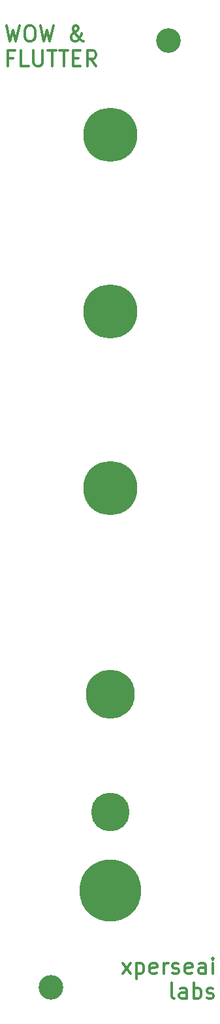
<source format=gbr>
%TF.GenerationSoftware,KiCad,Pcbnew,(6.0.5)*%
%TF.CreationDate,2023-02-15T12:53:04-05:00*%
%TF.ProjectId,wow_and_flutter,776f775f-616e-4645-9f66-6c7574746572,rev?*%
%TF.SameCoordinates,Original*%
%TF.FileFunction,Soldermask,Top*%
%TF.FilePolarity,Negative*%
%FSLAX46Y46*%
G04 Gerber Fmt 4.6, Leading zero omitted, Abs format (unit mm)*
G04 Created by KiCad (PCBNEW (6.0.5)) date 2023-02-15 12:53:04*
%MOMM*%
%LPD*%
G01*
G04 APERTURE LIST*
%ADD10C,0.300000*%
%ADD11C,7.000000*%
%ADD12C,8.000000*%
%ADD13C,3.200000*%
%ADD14C,5.000000*%
%ADD15C,6.350000*%
G04 APERTURE END LIST*
D10*
X77950714Y-26504761D02*
X78426904Y-28504761D01*
X78807857Y-27076190D01*
X79188809Y-28504761D01*
X79665000Y-26504761D01*
X80807857Y-26504761D02*
X81188809Y-26504761D01*
X81379285Y-26600000D01*
X81569761Y-26790476D01*
X81665000Y-27171428D01*
X81665000Y-27838095D01*
X81569761Y-28219047D01*
X81379285Y-28409523D01*
X81188809Y-28504761D01*
X80807857Y-28504761D01*
X80617380Y-28409523D01*
X80426904Y-28219047D01*
X80331666Y-27838095D01*
X80331666Y-27171428D01*
X80426904Y-26790476D01*
X80617380Y-26600000D01*
X80807857Y-26504761D01*
X82331666Y-26504761D02*
X82807857Y-28504761D01*
X83188809Y-27076190D01*
X83569761Y-28504761D01*
X84045952Y-26504761D01*
X87950714Y-28504761D02*
X87855476Y-28504761D01*
X87665000Y-28409523D01*
X87379285Y-28123809D01*
X86903095Y-27552380D01*
X86712619Y-27266666D01*
X86617380Y-26980952D01*
X86617380Y-26790476D01*
X86712619Y-26600000D01*
X86903095Y-26504761D01*
X86998333Y-26504761D01*
X87188809Y-26600000D01*
X87284047Y-26790476D01*
X87284047Y-26885714D01*
X87188809Y-27076190D01*
X87093571Y-27171428D01*
X86522142Y-27552380D01*
X86426904Y-27647619D01*
X86331666Y-27838095D01*
X86331666Y-28123809D01*
X86426904Y-28314285D01*
X86522142Y-28409523D01*
X86712619Y-28504761D01*
X86998333Y-28504761D01*
X87188809Y-28409523D01*
X87284047Y-28314285D01*
X87569761Y-27933333D01*
X87665000Y-27647619D01*
X87665000Y-27457142D01*
X78807857Y-30677142D02*
X78141190Y-30677142D01*
X78141190Y-31724761D02*
X78141190Y-29724761D01*
X79093571Y-29724761D01*
X80807857Y-31724761D02*
X79855476Y-31724761D01*
X79855476Y-29724761D01*
X81474523Y-29724761D02*
X81474523Y-31343809D01*
X81569761Y-31534285D01*
X81665000Y-31629523D01*
X81855476Y-31724761D01*
X82236428Y-31724761D01*
X82426904Y-31629523D01*
X82522142Y-31534285D01*
X82617380Y-31343809D01*
X82617380Y-29724761D01*
X83284047Y-29724761D02*
X84426904Y-29724761D01*
X83855476Y-31724761D02*
X83855476Y-29724761D01*
X84807857Y-29724761D02*
X85950714Y-29724761D01*
X85379285Y-31724761D02*
X85379285Y-29724761D01*
X86617380Y-30677142D02*
X87284047Y-30677142D01*
X87569761Y-31724761D02*
X86617380Y-31724761D01*
X86617380Y-29724761D01*
X87569761Y-29724761D01*
X89569761Y-31724761D02*
X88903095Y-30772380D01*
X88426904Y-31724761D02*
X88426904Y-29724761D01*
X89188809Y-29724761D01*
X89379285Y-29820000D01*
X89474523Y-29915238D01*
X89569761Y-30105714D01*
X89569761Y-30391428D01*
X89474523Y-30581904D01*
X89379285Y-30677142D01*
X89188809Y-30772380D01*
X88426904Y-30772380D01*
X93024523Y-149154761D02*
X94072142Y-147821428D01*
X93024523Y-147821428D02*
X94072142Y-149154761D01*
X94834047Y-147821428D02*
X94834047Y-149821428D01*
X94834047Y-147916666D02*
X95024523Y-147821428D01*
X95405476Y-147821428D01*
X95595952Y-147916666D01*
X95691190Y-148011904D01*
X95786428Y-148202380D01*
X95786428Y-148773809D01*
X95691190Y-148964285D01*
X95595952Y-149059523D01*
X95405476Y-149154761D01*
X95024523Y-149154761D01*
X94834047Y-149059523D01*
X97405476Y-149059523D02*
X97215000Y-149154761D01*
X96834047Y-149154761D01*
X96643571Y-149059523D01*
X96548333Y-148869047D01*
X96548333Y-148107142D01*
X96643571Y-147916666D01*
X96834047Y-147821428D01*
X97215000Y-147821428D01*
X97405476Y-147916666D01*
X97500714Y-148107142D01*
X97500714Y-148297619D01*
X96548333Y-148488095D01*
X98357857Y-149154761D02*
X98357857Y-147821428D01*
X98357857Y-148202380D02*
X98453095Y-148011904D01*
X98548333Y-147916666D01*
X98738809Y-147821428D01*
X98929285Y-147821428D01*
X99500714Y-149059523D02*
X99691190Y-149154761D01*
X100072142Y-149154761D01*
X100262619Y-149059523D01*
X100357857Y-148869047D01*
X100357857Y-148773809D01*
X100262619Y-148583333D01*
X100072142Y-148488095D01*
X99786428Y-148488095D01*
X99595952Y-148392857D01*
X99500714Y-148202380D01*
X99500714Y-148107142D01*
X99595952Y-147916666D01*
X99786428Y-147821428D01*
X100072142Y-147821428D01*
X100262619Y-147916666D01*
X101976904Y-149059523D02*
X101786428Y-149154761D01*
X101405476Y-149154761D01*
X101215000Y-149059523D01*
X101119761Y-148869047D01*
X101119761Y-148107142D01*
X101215000Y-147916666D01*
X101405476Y-147821428D01*
X101786428Y-147821428D01*
X101976904Y-147916666D01*
X102072142Y-148107142D01*
X102072142Y-148297619D01*
X101119761Y-148488095D01*
X103786428Y-149154761D02*
X103786428Y-148107142D01*
X103691190Y-147916666D01*
X103500714Y-147821428D01*
X103119761Y-147821428D01*
X102929285Y-147916666D01*
X103786428Y-149059523D02*
X103595952Y-149154761D01*
X103119761Y-149154761D01*
X102929285Y-149059523D01*
X102834047Y-148869047D01*
X102834047Y-148678571D01*
X102929285Y-148488095D01*
X103119761Y-148392857D01*
X103595952Y-148392857D01*
X103786428Y-148297619D01*
X104738809Y-149154761D02*
X104738809Y-147821428D01*
X104738809Y-147154761D02*
X104643571Y-147250000D01*
X104738809Y-147345238D01*
X104834047Y-147250000D01*
X104738809Y-147154761D01*
X104738809Y-147345238D01*
X99691190Y-152374761D02*
X99500714Y-152279523D01*
X99405476Y-152089047D01*
X99405476Y-150374761D01*
X101310238Y-152374761D02*
X101310238Y-151327142D01*
X101215000Y-151136666D01*
X101024523Y-151041428D01*
X100643571Y-151041428D01*
X100453095Y-151136666D01*
X101310238Y-152279523D02*
X101119761Y-152374761D01*
X100643571Y-152374761D01*
X100453095Y-152279523D01*
X100357857Y-152089047D01*
X100357857Y-151898571D01*
X100453095Y-151708095D01*
X100643571Y-151612857D01*
X101119761Y-151612857D01*
X101310238Y-151517619D01*
X102262619Y-152374761D02*
X102262619Y-150374761D01*
X102262619Y-151136666D02*
X102453095Y-151041428D01*
X102834047Y-151041428D01*
X103024523Y-151136666D01*
X103119761Y-151231904D01*
X103215000Y-151422380D01*
X103215000Y-151993809D01*
X103119761Y-152184285D01*
X103024523Y-152279523D01*
X102834047Y-152374761D01*
X102453095Y-152374761D01*
X102262619Y-152279523D01*
X103976904Y-152279523D02*
X104167380Y-152374761D01*
X104548333Y-152374761D01*
X104738809Y-152279523D01*
X104834047Y-152089047D01*
X104834047Y-151993809D01*
X104738809Y-151803333D01*
X104548333Y-151708095D01*
X104262619Y-151708095D01*
X104072142Y-151612857D01*
X103976904Y-151422380D01*
X103976904Y-151327142D01*
X104072142Y-151136666D01*
X104262619Y-151041428D01*
X104548333Y-151041428D01*
X104738809Y-151136666D01*
D11*
%TO.C,H3*%
X91440000Y-63500000D03*
%TD*%
D12*
%TO.C,H7*%
X91440000Y-138430000D03*
%TD*%
D13*
%TO.C,H8*%
X83700000Y-150900000D03*
%TD*%
D11*
%TO.C,H2*%
X91440000Y-40640000D03*
%TD*%
%TO.C,H4*%
X91440000Y-86360000D03*
%TD*%
D13*
%TO.C,H1*%
X98940000Y-28400000D03*
%TD*%
D14*
%TO.C,H6*%
X91440000Y-128270000D03*
%TD*%
D15*
%TO.C,H5*%
X91440000Y-113030000D03*
%TD*%
M02*

</source>
